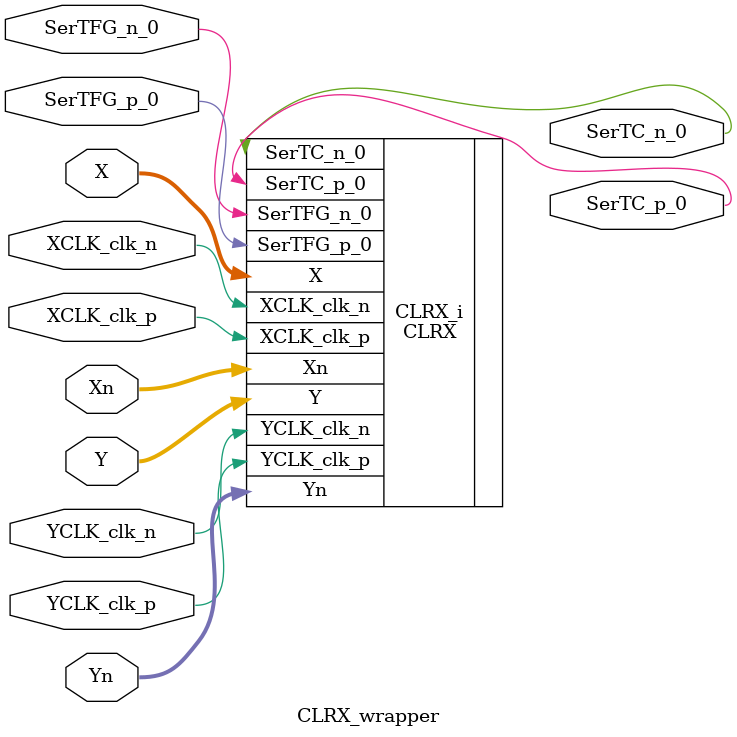
<source format=v>
`timescale 1 ps / 1 ps

module CLRX_wrapper
   (SerTC_n_0,
    SerTC_p_0,
    SerTFG_n_0,
    SerTFG_p_0,
    X,
    XCLK_clk_n,
    XCLK_clk_p,
    Xn,
    Y,
    YCLK_clk_n,
    YCLK_clk_p,
    Yn
    //Z,
    //ZCLK_clk_n,
    //ZCLK_clk_p,
    //Zn
    );
  output SerTC_n_0;
  output SerTC_p_0;
  input [0:0]SerTFG_n_0;
  input [0:0]SerTFG_p_0;
  input [3:0]X;
  input XCLK_clk_n;
  input XCLK_clk_p;
  input [3:0]Xn;
  input [3:0]Y;
  input YCLK_clk_n;
  input YCLK_clk_p;
  input [3:0]Yn;
 // input [3:0]Z;
  //input ZCLK_clk_n;
  //input ZCLK_clk_p;
  //input [3:0]Zn;

  wire SerTC_n_0;
  wire SerTC_p_0;
  wire [0:0]SerTFG_n_0;
  wire [0:0]SerTFG_p_0;
  wire [3:0]X;
  wire XCLK_clk_n;
  wire XCLK_clk_p;
  wire [3:0]Xn;
  wire [3:0]Y;
  wire YCLK_clk_n;
  wire YCLK_clk_p;
  wire [3:0]Yn;
  wire [3:0]Z;
  wire ZCLK_clk_n;
  wire ZCLK_clk_p;
  wire [3:0]Zn;

  CLRX CLRX_i
       (.SerTC_n_0(SerTC_n_0),
        .SerTC_p_0(SerTC_p_0),
        .SerTFG_n_0(SerTFG_n_0),
        .SerTFG_p_0(SerTFG_p_0),
        .X(X),
        .XCLK_clk_n(XCLK_clk_n),
        .XCLK_clk_p(XCLK_clk_p),
        .Xn(Xn),
        .Y(Y),
        .YCLK_clk_n(YCLK_clk_n),
        .YCLK_clk_p(YCLK_clk_p),
        .Yn(Yn)
        //.Z(Z),
        //.ZCLK_clk_n(ZCLK_clk_n),
        //.ZCLK_clk_p(ZCLK_clk_p),
        //.Zn(Zn)
        );
endmodule

</source>
